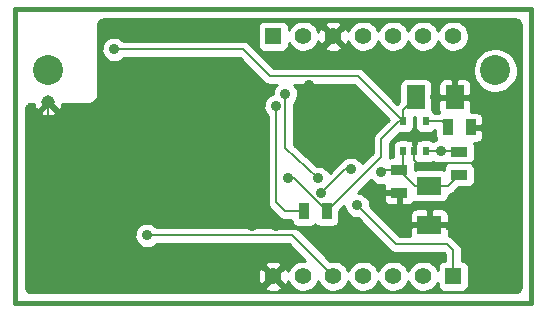
<source format=gtl>
G04 (created by PCBNEW-RS274X (2011-05-25)-stable) date Sat 11 Aug 2012 11:46:33 PM MDT*
G01*
G70*
G90*
%MOIN*%
G04 Gerber Fmt 3.4, Leading zero omitted, Abs format*
%FSLAX34Y34*%
G04 APERTURE LIST*
%ADD10C,0.006000*%
%ADD11C,0.015000*%
%ADD12C,0.045000*%
%ADD13C,0.100000*%
%ADD14R,0.020000X0.030000*%
%ADD15R,0.060000X0.080000*%
%ADD16R,0.080000X0.060000*%
%ADD17R,0.055000X0.035000*%
%ADD18R,0.035000X0.055000*%
%ADD19R,0.055000X0.055000*%
%ADD20C,0.055000*%
%ADD21C,0.035000*%
%ADD22C,0.008000*%
%ADD23C,0.010000*%
G04 APERTURE END LIST*
G54D10*
G54D11*
X22900Y-18800D02*
X22900Y-18700D01*
X22700Y-18800D02*
X22900Y-18800D01*
X22900Y-09000D02*
X22900Y-09100D01*
X22800Y-09000D02*
X22900Y-09000D01*
X05700Y-09000D02*
X05700Y-09200D01*
X22900Y-09100D02*
X22900Y-18700D01*
X05700Y-09000D02*
X22800Y-09000D01*
X05700Y-18800D02*
X05700Y-09200D01*
X22700Y-18800D02*
X05700Y-18800D01*
G54D12*
X06800Y-12100D03*
G54D13*
X21700Y-11040D03*
X06800Y-11040D03*
G54D14*
X18625Y-13740D03*
X19375Y-13740D03*
X18625Y-12740D03*
X19000Y-13740D03*
X19375Y-12740D03*
G54D15*
X19050Y-11940D03*
X20350Y-11940D03*
G54D16*
X19500Y-14890D03*
X19500Y-16190D03*
G54D17*
X18500Y-14365D03*
X18500Y-15115D03*
G54D18*
X20125Y-12940D03*
X20875Y-12940D03*
G54D17*
X20500Y-14515D03*
X20500Y-13765D03*
G54D18*
X15325Y-15740D03*
X16075Y-15740D03*
G54D19*
X20300Y-17900D03*
G54D20*
X19300Y-17900D03*
X18300Y-17900D03*
X17300Y-17900D03*
X16300Y-17900D03*
X15300Y-17900D03*
X14300Y-17900D03*
G54D19*
X14300Y-09900D03*
G54D20*
X15300Y-09900D03*
X16300Y-09900D03*
X17300Y-09900D03*
X18300Y-09900D03*
X19300Y-09900D03*
X20300Y-09900D03*
G54D21*
X09000Y-10340D03*
X14800Y-14640D03*
X06800Y-13100D03*
X19000Y-13240D03*
X19700Y-11940D03*
X19100Y-11140D03*
X18300Y-11540D03*
X17300Y-16340D03*
X14400Y-16240D03*
X13600Y-16240D03*
X13500Y-15140D03*
X12800Y-15840D03*
X11300Y-16140D03*
X12600Y-14740D03*
X11600Y-14440D03*
X10100Y-15940D03*
X08000Y-16340D03*
X08000Y-13040D03*
X09600Y-11940D03*
X15500Y-11540D03*
X16700Y-12140D03*
X21200Y-14140D03*
X20200Y-16240D03*
X18700Y-16240D03*
X18500Y-15640D03*
X10100Y-16540D03*
X16900Y-14340D03*
X15900Y-15140D03*
X14400Y-12240D03*
X17100Y-15540D03*
X19900Y-13740D03*
X15800Y-14640D03*
X14700Y-11840D03*
X17900Y-14440D03*
G54D22*
X18625Y-12740D02*
X17125Y-11240D01*
X14200Y-11240D02*
X16800Y-11240D01*
X13300Y-10340D02*
X14200Y-11240D01*
X09000Y-10340D02*
X13300Y-10340D01*
X17125Y-11240D02*
X16800Y-11240D01*
X19050Y-11940D02*
X18625Y-12365D01*
X18625Y-12365D02*
X18625Y-12740D01*
X18625Y-12740D02*
X18500Y-12740D01*
X17900Y-13915D02*
X16075Y-15740D01*
X17900Y-13340D02*
X17900Y-13915D01*
X18500Y-12740D02*
X17900Y-13340D01*
X16075Y-15740D02*
X14975Y-14640D01*
X14975Y-14640D02*
X14800Y-14640D01*
X06800Y-12100D02*
X06800Y-13100D01*
X19000Y-13740D02*
X19000Y-13240D01*
X20350Y-11940D02*
X19700Y-11940D01*
X20350Y-11940D02*
X20350Y-11390D01*
X19000Y-11140D02*
X19100Y-11140D01*
X20100Y-11140D02*
X19000Y-11140D01*
X20350Y-11390D02*
X20100Y-11140D01*
X14500Y-16340D02*
X17300Y-16340D01*
X14400Y-16240D02*
X14500Y-16340D01*
X13600Y-15240D02*
X13600Y-16240D01*
X13500Y-15140D02*
X13600Y-15240D01*
X11600Y-15840D02*
X12800Y-15840D01*
X11300Y-16140D02*
X11600Y-15840D01*
X11900Y-14740D02*
X12600Y-14740D01*
X11600Y-14440D02*
X11900Y-14740D01*
X08400Y-15940D02*
X10100Y-15940D01*
X08000Y-16340D02*
X08400Y-15940D01*
X08500Y-13040D02*
X08000Y-13040D01*
X09600Y-11940D02*
X08500Y-13040D01*
X16100Y-11540D02*
X15500Y-11540D01*
X16700Y-12140D02*
X16100Y-11540D01*
X19000Y-13740D02*
X19000Y-14040D01*
X19100Y-14140D02*
X21200Y-14140D01*
X19000Y-14040D02*
X19100Y-14140D01*
X19500Y-16190D02*
X20150Y-16190D01*
X20150Y-16190D02*
X20200Y-16240D01*
X19500Y-16190D02*
X18750Y-16190D01*
X18750Y-16190D02*
X18700Y-16240D01*
X18500Y-15115D02*
X18500Y-15640D01*
X19375Y-12740D02*
X19925Y-12740D01*
X19925Y-12740D02*
X20125Y-12940D01*
X16300Y-17900D02*
X14940Y-16540D01*
X14900Y-16540D02*
X10100Y-16540D01*
X14940Y-16540D02*
X14900Y-16540D01*
X16700Y-14340D02*
X16900Y-14340D01*
X15900Y-15140D02*
X16700Y-14340D01*
X15325Y-15740D02*
X14700Y-15740D01*
X14400Y-15440D02*
X14400Y-12240D01*
X14700Y-15740D02*
X14400Y-15440D01*
X20300Y-17900D02*
X20300Y-17540D01*
X20300Y-17040D02*
X20100Y-16840D01*
X20100Y-16840D02*
X18400Y-16840D01*
X18400Y-16840D02*
X17100Y-15540D01*
X20300Y-17540D02*
X20300Y-17040D01*
X19375Y-13740D02*
X19900Y-13740D01*
X19900Y-13740D02*
X20475Y-13740D01*
X20475Y-13740D02*
X20500Y-13765D01*
X14700Y-13640D02*
X15800Y-14640D01*
X14700Y-11840D02*
X14700Y-13640D01*
X17975Y-14365D02*
X17900Y-14440D01*
X17975Y-14365D02*
X18500Y-14365D01*
X20500Y-14515D02*
X20125Y-14890D01*
X20125Y-14890D02*
X19500Y-14890D01*
X18500Y-14365D02*
X19025Y-14890D01*
X19025Y-14890D02*
X19500Y-14890D01*
X18625Y-13740D02*
X18625Y-14240D01*
X18625Y-14240D02*
X18500Y-14365D01*
G54D10*
G36*
X18152Y-12677D02*
X17697Y-13133D01*
X17695Y-13135D01*
X17688Y-13142D01*
X17661Y-13176D01*
X17633Y-13226D01*
X17632Y-13228D01*
X17632Y-13229D01*
X17630Y-13233D01*
X17616Y-13280D01*
X17610Y-13336D01*
X17610Y-13339D01*
X17610Y-13340D01*
X17610Y-13795D01*
X17272Y-14132D01*
X17231Y-14070D01*
X17172Y-14011D01*
X17103Y-13964D01*
X17026Y-13932D01*
X16944Y-13915D01*
X16861Y-13915D01*
X16779Y-13930D01*
X16702Y-13962D01*
X16632Y-14007D01*
X16573Y-14066D01*
X16557Y-14088D01*
X16541Y-14097D01*
X16498Y-14132D01*
X16496Y-14134D01*
X16495Y-14135D01*
X16181Y-14448D01*
X16177Y-14439D01*
X16131Y-14370D01*
X16072Y-14311D01*
X16003Y-14264D01*
X15926Y-14232D01*
X15844Y-14215D01*
X15762Y-14215D01*
X14990Y-13512D01*
X14990Y-12150D01*
X15024Y-12119D01*
X15071Y-12051D01*
X15105Y-11974D01*
X15124Y-11893D01*
X15125Y-11798D01*
X15109Y-11716D01*
X15077Y-11639D01*
X15031Y-11570D01*
X14991Y-11530D01*
X16796Y-11530D01*
X16800Y-11530D01*
X17005Y-11530D01*
X18152Y-12677D01*
X18152Y-12677D01*
G37*
G54D23*
X18152Y-12677D02*
X17697Y-13133D01*
X17695Y-13135D01*
X17688Y-13142D01*
X17661Y-13176D01*
X17633Y-13226D01*
X17632Y-13228D01*
X17632Y-13229D01*
X17630Y-13233D01*
X17616Y-13280D01*
X17610Y-13336D01*
X17610Y-13339D01*
X17610Y-13340D01*
X17610Y-13795D01*
X17272Y-14132D01*
X17231Y-14070D01*
X17172Y-14011D01*
X17103Y-13964D01*
X17026Y-13932D01*
X16944Y-13915D01*
X16861Y-13915D01*
X16779Y-13930D01*
X16702Y-13962D01*
X16632Y-14007D01*
X16573Y-14066D01*
X16557Y-14088D01*
X16541Y-14097D01*
X16498Y-14132D01*
X16496Y-14134D01*
X16495Y-14135D01*
X16181Y-14448D01*
X16177Y-14439D01*
X16131Y-14370D01*
X16072Y-14311D01*
X16003Y-14264D01*
X15926Y-14232D01*
X15844Y-14215D01*
X15762Y-14215D01*
X14990Y-13512D01*
X14990Y-12150D01*
X15024Y-12119D01*
X15071Y-12051D01*
X15105Y-11974D01*
X15124Y-11893D01*
X15125Y-11798D01*
X15109Y-11716D01*
X15077Y-11639D01*
X15031Y-11570D01*
X14991Y-11530D01*
X16796Y-11530D01*
X16800Y-11530D01*
X17005Y-11530D01*
X18152Y-12677D01*
G54D10*
G36*
X19737Y-13347D02*
X19702Y-13362D01*
X19639Y-13401D01*
X19635Y-13397D01*
X19595Y-13369D01*
X19550Y-13350D01*
X19502Y-13340D01*
X19453Y-13340D01*
X19251Y-13340D01*
X19203Y-13349D01*
X19187Y-13355D01*
X19172Y-13349D01*
X19124Y-13340D01*
X19112Y-13340D01*
X19050Y-13402D01*
X19050Y-13479D01*
X19035Y-13515D01*
X19025Y-13563D01*
X19025Y-13612D01*
X19025Y-13790D01*
X18975Y-13790D01*
X18975Y-13566D01*
X18966Y-13518D01*
X18950Y-13480D01*
X18950Y-13402D01*
X18888Y-13340D01*
X18876Y-13340D01*
X18828Y-13349D01*
X18812Y-13355D01*
X18800Y-13350D01*
X18752Y-13340D01*
X18703Y-13340D01*
X18501Y-13340D01*
X18453Y-13349D01*
X18408Y-13368D01*
X18367Y-13395D01*
X18332Y-13430D01*
X18304Y-13470D01*
X18285Y-13515D01*
X18275Y-13563D01*
X18275Y-13612D01*
X18275Y-13914D01*
X18279Y-13940D01*
X18201Y-13940D01*
X18187Y-13942D01*
X18190Y-13919D01*
X18190Y-13915D01*
X18190Y-13460D01*
X18510Y-13140D01*
X18547Y-13140D01*
X18749Y-13140D01*
X18797Y-13131D01*
X18842Y-13112D01*
X18883Y-13085D01*
X18918Y-13050D01*
X18946Y-13010D01*
X18965Y-12965D01*
X18975Y-12917D01*
X18975Y-12868D01*
X18975Y-12590D01*
X19025Y-12590D01*
X19025Y-12612D01*
X19025Y-12914D01*
X19034Y-12962D01*
X19053Y-13007D01*
X19080Y-13048D01*
X19115Y-13083D01*
X19155Y-13111D01*
X19200Y-13130D01*
X19248Y-13140D01*
X19297Y-13140D01*
X19499Y-13140D01*
X19547Y-13131D01*
X19592Y-13112D01*
X19633Y-13085D01*
X19668Y-13050D01*
X19682Y-13030D01*
X19700Y-13030D01*
X19700Y-13239D01*
X19709Y-13287D01*
X19728Y-13332D01*
X19737Y-13347D01*
X19737Y-13347D01*
G37*
G54D23*
X19737Y-13347D02*
X19702Y-13362D01*
X19639Y-13401D01*
X19635Y-13397D01*
X19595Y-13369D01*
X19550Y-13350D01*
X19502Y-13340D01*
X19453Y-13340D01*
X19251Y-13340D01*
X19203Y-13349D01*
X19187Y-13355D01*
X19172Y-13349D01*
X19124Y-13340D01*
X19112Y-13340D01*
X19050Y-13402D01*
X19050Y-13479D01*
X19035Y-13515D01*
X19025Y-13563D01*
X19025Y-13612D01*
X19025Y-13790D01*
X18975Y-13790D01*
X18975Y-13566D01*
X18966Y-13518D01*
X18950Y-13480D01*
X18950Y-13402D01*
X18888Y-13340D01*
X18876Y-13340D01*
X18828Y-13349D01*
X18812Y-13355D01*
X18800Y-13350D01*
X18752Y-13340D01*
X18703Y-13340D01*
X18501Y-13340D01*
X18453Y-13349D01*
X18408Y-13368D01*
X18367Y-13395D01*
X18332Y-13430D01*
X18304Y-13470D01*
X18285Y-13515D01*
X18275Y-13563D01*
X18275Y-13612D01*
X18275Y-13914D01*
X18279Y-13940D01*
X18201Y-13940D01*
X18187Y-13942D01*
X18190Y-13919D01*
X18190Y-13915D01*
X18190Y-13460D01*
X18510Y-13140D01*
X18547Y-13140D01*
X18749Y-13140D01*
X18797Y-13131D01*
X18842Y-13112D01*
X18883Y-13085D01*
X18918Y-13050D01*
X18946Y-13010D01*
X18965Y-12965D01*
X18975Y-12917D01*
X18975Y-12868D01*
X18975Y-12590D01*
X19025Y-12590D01*
X19025Y-12612D01*
X19025Y-12914D01*
X19034Y-12962D01*
X19053Y-13007D01*
X19080Y-13048D01*
X19115Y-13083D01*
X19155Y-13111D01*
X19200Y-13130D01*
X19248Y-13140D01*
X19297Y-13140D01*
X19499Y-13140D01*
X19547Y-13131D01*
X19592Y-13112D01*
X19633Y-13085D01*
X19668Y-13050D01*
X19682Y-13030D01*
X19700Y-13030D01*
X19700Y-13239D01*
X19709Y-13287D01*
X19728Y-13332D01*
X19737Y-13347D01*
G54D10*
G36*
X20074Y-14139D02*
X20067Y-14145D01*
X20032Y-14180D01*
X20004Y-14220D01*
X19985Y-14265D01*
X19975Y-14313D01*
X19975Y-14350D01*
X19927Y-14340D01*
X19878Y-14340D01*
X19076Y-14340D01*
X19028Y-14349D01*
X19025Y-14350D01*
X19025Y-14166D01*
X19020Y-14140D01*
X19100Y-14140D01*
X19100Y-14128D01*
X19112Y-14140D01*
X19124Y-14140D01*
X19172Y-14131D01*
X19187Y-14124D01*
X19200Y-14130D01*
X19248Y-14140D01*
X19297Y-14140D01*
X19499Y-14140D01*
X19547Y-14131D01*
X19592Y-14112D01*
X19633Y-14085D01*
X19640Y-14077D01*
X19692Y-14113D01*
X19768Y-14146D01*
X19850Y-14164D01*
X19933Y-14166D01*
X20015Y-14151D01*
X20064Y-14132D01*
X20065Y-14133D01*
X20074Y-14139D01*
X20074Y-14139D01*
G37*
G54D23*
X20074Y-14139D02*
X20067Y-14145D01*
X20032Y-14180D01*
X20004Y-14220D01*
X19985Y-14265D01*
X19975Y-14313D01*
X19975Y-14350D01*
X19927Y-14340D01*
X19878Y-14340D01*
X19076Y-14340D01*
X19028Y-14349D01*
X19025Y-14350D01*
X19025Y-14166D01*
X19020Y-14140D01*
X19100Y-14140D01*
X19100Y-14128D01*
X19112Y-14140D01*
X19124Y-14140D01*
X19172Y-14131D01*
X19187Y-14124D01*
X19200Y-14130D01*
X19248Y-14140D01*
X19297Y-14140D01*
X19499Y-14140D01*
X19547Y-14131D01*
X19592Y-14112D01*
X19633Y-14085D01*
X19640Y-14077D01*
X19692Y-14113D01*
X19768Y-14146D01*
X19850Y-14164D01*
X19933Y-14166D01*
X20015Y-14151D01*
X20064Y-14132D01*
X20065Y-14133D01*
X20074Y-14139D01*
G54D10*
G36*
X22550Y-18237D02*
X22546Y-18279D01*
X22535Y-18317D01*
X22516Y-18351D01*
X22491Y-18381D01*
X22461Y-18406D01*
X22449Y-18412D01*
X22449Y-10967D01*
X22421Y-10823D01*
X22365Y-10687D01*
X22283Y-10565D01*
X22180Y-10460D01*
X22058Y-10378D01*
X21923Y-10321D01*
X21779Y-10292D01*
X21632Y-10291D01*
X21488Y-10318D01*
X21352Y-10373D01*
X21229Y-10453D01*
X21124Y-10556D01*
X21041Y-10677D01*
X20983Y-10812D01*
X20952Y-10956D01*
X20950Y-11103D01*
X20976Y-11247D01*
X21030Y-11384D01*
X21110Y-11507D01*
X21212Y-11613D01*
X21332Y-11697D01*
X21467Y-11756D01*
X21610Y-11787D01*
X21757Y-11790D01*
X21902Y-11765D01*
X22039Y-11712D01*
X22163Y-11633D01*
X22269Y-11532D01*
X22354Y-11412D01*
X22414Y-11278D01*
X22447Y-11135D01*
X22449Y-10967D01*
X22449Y-18412D01*
X22427Y-18425D01*
X22389Y-18436D01*
X22347Y-18440D01*
X21300Y-18440D01*
X21300Y-13242D01*
X21300Y-13193D01*
X21300Y-13052D01*
X21238Y-12990D01*
X20975Y-12990D01*
X20925Y-12990D01*
X20825Y-12990D01*
X20825Y-12890D01*
X20925Y-12890D01*
X20975Y-12890D01*
X21238Y-12890D01*
X21300Y-12828D01*
X21300Y-12687D01*
X21300Y-12638D01*
X21290Y-12590D01*
X21271Y-12545D01*
X21243Y-12505D01*
X21208Y-12470D01*
X21167Y-12443D01*
X21122Y-12424D01*
X21074Y-12415D01*
X20987Y-12415D01*
X20975Y-12427D01*
X20975Y-12415D01*
X20890Y-12415D01*
X20900Y-12367D01*
X20900Y-12318D01*
X20900Y-12052D01*
X20900Y-11828D01*
X20900Y-11562D01*
X20900Y-11513D01*
X20890Y-11465D01*
X20871Y-11420D01*
X20843Y-11380D01*
X20824Y-11361D01*
X20824Y-09849D01*
X20804Y-09748D01*
X20765Y-09653D01*
X20708Y-09568D01*
X20636Y-09495D01*
X20551Y-09437D01*
X20456Y-09397D01*
X20355Y-09376D01*
X20253Y-09376D01*
X20152Y-09395D01*
X20056Y-09433D01*
X19970Y-09489D01*
X19897Y-09561D01*
X19839Y-09646D01*
X19799Y-09736D01*
X19765Y-09653D01*
X19708Y-09568D01*
X19636Y-09495D01*
X19551Y-09437D01*
X19456Y-09397D01*
X19355Y-09376D01*
X19253Y-09376D01*
X19152Y-09395D01*
X19056Y-09433D01*
X18970Y-09489D01*
X18897Y-09561D01*
X18839Y-09646D01*
X18799Y-09736D01*
X18765Y-09653D01*
X18708Y-09568D01*
X18636Y-09495D01*
X18551Y-09437D01*
X18456Y-09397D01*
X18355Y-09376D01*
X18253Y-09376D01*
X18152Y-09395D01*
X18056Y-09433D01*
X17970Y-09489D01*
X17897Y-09561D01*
X17839Y-09646D01*
X17799Y-09736D01*
X17765Y-09653D01*
X17708Y-09568D01*
X17636Y-09495D01*
X17551Y-09437D01*
X17456Y-09397D01*
X17355Y-09376D01*
X17253Y-09376D01*
X17152Y-09395D01*
X17056Y-09433D01*
X16970Y-09489D01*
X16897Y-09561D01*
X16839Y-09646D01*
X16798Y-09739D01*
X16774Y-09674D01*
X16752Y-09633D01*
X16661Y-09610D01*
X16590Y-09681D01*
X16590Y-09539D01*
X16567Y-09448D01*
X16474Y-09405D01*
X16374Y-09380D01*
X16272Y-09375D01*
X16170Y-09391D01*
X16074Y-09426D01*
X16033Y-09448D01*
X16010Y-09539D01*
X16300Y-09829D01*
X16590Y-09539D01*
X16590Y-09681D01*
X16371Y-09900D01*
X16661Y-10190D01*
X16752Y-10167D01*
X16795Y-10074D01*
X16799Y-10057D01*
X16832Y-10140D01*
X16887Y-10227D01*
X16958Y-10301D01*
X17043Y-10359D01*
X17137Y-10401D01*
X17237Y-10423D01*
X17340Y-10425D01*
X17441Y-10407D01*
X17537Y-10370D01*
X17624Y-10315D01*
X17698Y-10244D01*
X17758Y-10160D01*
X17799Y-10067D01*
X17800Y-10060D01*
X17832Y-10140D01*
X17887Y-10227D01*
X17958Y-10301D01*
X18043Y-10359D01*
X18137Y-10401D01*
X18237Y-10423D01*
X18340Y-10425D01*
X18441Y-10407D01*
X18537Y-10370D01*
X18624Y-10315D01*
X18698Y-10244D01*
X18758Y-10160D01*
X18799Y-10067D01*
X18800Y-10060D01*
X18832Y-10140D01*
X18887Y-10227D01*
X18958Y-10301D01*
X19043Y-10359D01*
X19137Y-10401D01*
X19237Y-10423D01*
X19340Y-10425D01*
X19441Y-10407D01*
X19537Y-10370D01*
X19624Y-10315D01*
X19698Y-10244D01*
X19758Y-10160D01*
X19799Y-10067D01*
X19800Y-10060D01*
X19832Y-10140D01*
X19887Y-10227D01*
X19958Y-10301D01*
X20043Y-10359D01*
X20137Y-10401D01*
X20237Y-10423D01*
X20340Y-10425D01*
X20441Y-10407D01*
X20537Y-10370D01*
X20624Y-10315D01*
X20698Y-10244D01*
X20758Y-10160D01*
X20799Y-10067D01*
X20822Y-09966D01*
X20824Y-09849D01*
X20824Y-11361D01*
X20808Y-11345D01*
X20767Y-11318D01*
X20722Y-11299D01*
X20674Y-11290D01*
X20462Y-11290D01*
X20400Y-11352D01*
X20400Y-11890D01*
X20838Y-11890D01*
X20900Y-11828D01*
X20900Y-12052D01*
X20838Y-11990D01*
X20450Y-11990D01*
X20400Y-11990D01*
X20300Y-11990D01*
X20300Y-11890D01*
X20300Y-11352D01*
X20238Y-11290D01*
X20026Y-11290D01*
X19978Y-11299D01*
X19933Y-11318D01*
X19892Y-11345D01*
X19857Y-11380D01*
X19829Y-11420D01*
X19810Y-11465D01*
X19800Y-11513D01*
X19800Y-11562D01*
X19800Y-11828D01*
X19862Y-11890D01*
X20300Y-11890D01*
X20300Y-11990D01*
X20250Y-11990D01*
X19862Y-11990D01*
X19800Y-12052D01*
X19800Y-12318D01*
X19800Y-12367D01*
X19810Y-12415D01*
X19824Y-12448D01*
X19822Y-12450D01*
X19681Y-12450D01*
X19670Y-12432D01*
X19635Y-12397D01*
X19599Y-12371D01*
X19600Y-12367D01*
X19600Y-12318D01*
X19600Y-11516D01*
X19591Y-11468D01*
X19572Y-11423D01*
X19545Y-11382D01*
X19510Y-11347D01*
X19470Y-11319D01*
X19425Y-11300D01*
X19377Y-11290D01*
X19328Y-11290D01*
X18726Y-11290D01*
X18678Y-11299D01*
X18633Y-11318D01*
X18592Y-11345D01*
X18557Y-11380D01*
X18529Y-11420D01*
X18510Y-11465D01*
X18500Y-11513D01*
X18500Y-11562D01*
X18500Y-12080D01*
X18437Y-12142D01*
X17332Y-11037D01*
X17330Y-11035D01*
X17322Y-11028D01*
X17289Y-11001D01*
X17239Y-10973D01*
X17236Y-10972D01*
X17231Y-10970D01*
X17185Y-10956D01*
X17129Y-10950D01*
X17126Y-10950D01*
X17125Y-10950D01*
X16804Y-10950D01*
X16800Y-10950D01*
X16590Y-10950D01*
X16590Y-10261D01*
X16300Y-09971D01*
X16229Y-10042D01*
X16229Y-09900D01*
X15939Y-09610D01*
X15848Y-09633D01*
X15805Y-09726D01*
X15801Y-09741D01*
X15765Y-09653D01*
X15708Y-09568D01*
X15636Y-09495D01*
X15551Y-09437D01*
X15456Y-09397D01*
X15355Y-09376D01*
X15253Y-09376D01*
X15152Y-09395D01*
X15056Y-09433D01*
X14970Y-09489D01*
X14897Y-09561D01*
X14839Y-09646D01*
X14825Y-09678D01*
X14825Y-09601D01*
X14816Y-09553D01*
X14797Y-09508D01*
X14770Y-09467D01*
X14735Y-09432D01*
X14695Y-09404D01*
X14650Y-09385D01*
X14602Y-09375D01*
X14553Y-09375D01*
X14001Y-09375D01*
X13953Y-09384D01*
X13908Y-09403D01*
X13867Y-09430D01*
X13832Y-09465D01*
X13804Y-09505D01*
X13785Y-09550D01*
X13775Y-09598D01*
X13775Y-09647D01*
X13775Y-10199D01*
X13784Y-10247D01*
X13803Y-10292D01*
X13830Y-10333D01*
X13865Y-10368D01*
X13905Y-10396D01*
X13950Y-10415D01*
X13998Y-10425D01*
X14047Y-10425D01*
X14599Y-10425D01*
X14647Y-10416D01*
X14692Y-10397D01*
X14733Y-10370D01*
X14768Y-10335D01*
X14796Y-10295D01*
X14815Y-10250D01*
X14825Y-10202D01*
X14825Y-10153D01*
X14825Y-10122D01*
X14832Y-10140D01*
X14887Y-10227D01*
X14958Y-10301D01*
X15043Y-10359D01*
X15137Y-10401D01*
X15237Y-10423D01*
X15340Y-10425D01*
X15441Y-10407D01*
X15537Y-10370D01*
X15624Y-10315D01*
X15698Y-10244D01*
X15758Y-10160D01*
X15799Y-10067D01*
X15801Y-10057D01*
X15826Y-10126D01*
X15848Y-10167D01*
X15939Y-10190D01*
X16229Y-09900D01*
X16229Y-10042D01*
X16010Y-10261D01*
X16033Y-10352D01*
X16126Y-10395D01*
X16226Y-10420D01*
X16328Y-10425D01*
X16430Y-10409D01*
X16526Y-10374D01*
X16567Y-10352D01*
X16590Y-10261D01*
X16590Y-10950D01*
X14320Y-10950D01*
X13507Y-10137D01*
X13505Y-10135D01*
X13497Y-10128D01*
X13464Y-10101D01*
X13414Y-10073D01*
X13411Y-10072D01*
X13406Y-10070D01*
X13360Y-10056D01*
X13304Y-10050D01*
X13301Y-10050D01*
X13300Y-10050D01*
X09311Y-10050D01*
X09272Y-10011D01*
X09203Y-09964D01*
X09126Y-09932D01*
X09044Y-09915D01*
X08961Y-09915D01*
X08879Y-09930D01*
X08802Y-09962D01*
X08732Y-10007D01*
X08673Y-10066D01*
X08626Y-10135D01*
X08593Y-10211D01*
X08576Y-10293D01*
X08574Y-10376D01*
X08590Y-10458D01*
X08620Y-10536D01*
X08666Y-10606D01*
X08723Y-10665D01*
X08792Y-10713D01*
X08868Y-10746D01*
X08950Y-10764D01*
X09033Y-10766D01*
X09115Y-10751D01*
X09193Y-10721D01*
X09263Y-10676D01*
X09312Y-10630D01*
X13179Y-10630D01*
X13993Y-11443D01*
X13994Y-11445D01*
X14021Y-11467D01*
X14036Y-11479D01*
X14038Y-11480D01*
X14086Y-11507D01*
X14088Y-11507D01*
X14140Y-11524D01*
X14141Y-11524D01*
X14196Y-11530D01*
X14200Y-11530D01*
X14409Y-11530D01*
X14373Y-11566D01*
X14326Y-11635D01*
X14293Y-11711D01*
X14276Y-11793D01*
X14275Y-11831D01*
X14202Y-11862D01*
X14132Y-11907D01*
X14073Y-11966D01*
X14026Y-12035D01*
X13993Y-12111D01*
X13976Y-12193D01*
X13974Y-12276D01*
X13990Y-12358D01*
X14020Y-12436D01*
X14066Y-12506D01*
X14110Y-12551D01*
X14110Y-15437D01*
X14110Y-15440D01*
X14111Y-15455D01*
X14115Y-15493D01*
X14116Y-15496D01*
X14131Y-15548D01*
X14132Y-15551D01*
X14157Y-15598D01*
X14158Y-15600D01*
X14179Y-15626D01*
X14192Y-15642D01*
X14194Y-15644D01*
X14195Y-15645D01*
X14493Y-15943D01*
X14495Y-15945D01*
X14502Y-15951D01*
X14536Y-15979D01*
X14539Y-15980D01*
X14586Y-16007D01*
X14588Y-16007D01*
X14589Y-16008D01*
X14593Y-16009D01*
X14640Y-16024D01*
X14642Y-16024D01*
X14696Y-16030D01*
X14698Y-16030D01*
X14700Y-16030D01*
X14900Y-16030D01*
X14900Y-16039D01*
X14909Y-16087D01*
X14928Y-16132D01*
X14955Y-16173D01*
X14990Y-16208D01*
X15030Y-16236D01*
X15075Y-16255D01*
X15123Y-16265D01*
X15172Y-16265D01*
X15524Y-16265D01*
X15572Y-16256D01*
X15617Y-16237D01*
X15658Y-16210D01*
X15693Y-16175D01*
X15699Y-16165D01*
X15705Y-16173D01*
X15740Y-16208D01*
X15780Y-16236D01*
X15825Y-16255D01*
X15873Y-16265D01*
X15922Y-16265D01*
X16274Y-16265D01*
X16322Y-16256D01*
X16367Y-16237D01*
X16408Y-16210D01*
X16443Y-16175D01*
X16471Y-16135D01*
X16490Y-16090D01*
X16500Y-16042D01*
X16500Y-15993D01*
X16500Y-15725D01*
X16674Y-15550D01*
X16674Y-15576D01*
X16690Y-15658D01*
X16720Y-15736D01*
X16766Y-15806D01*
X16823Y-15865D01*
X16892Y-15913D01*
X16968Y-15946D01*
X17050Y-15964D01*
X17115Y-15965D01*
X18193Y-17043D01*
X18195Y-17045D01*
X18209Y-17056D01*
X18236Y-17079D01*
X18238Y-17080D01*
X18286Y-17107D01*
X18288Y-17107D01*
X18289Y-17108D01*
X18293Y-17109D01*
X18340Y-17124D01*
X18342Y-17124D01*
X18396Y-17130D01*
X18398Y-17130D01*
X18400Y-17130D01*
X19980Y-17130D01*
X20010Y-17160D01*
X20010Y-17375D01*
X20001Y-17375D01*
X19953Y-17384D01*
X19908Y-17403D01*
X19867Y-17430D01*
X19832Y-17465D01*
X19804Y-17505D01*
X19785Y-17550D01*
X19775Y-17598D01*
X19775Y-17647D01*
X19775Y-17677D01*
X19765Y-17653D01*
X19708Y-17568D01*
X19636Y-17495D01*
X19551Y-17437D01*
X19456Y-17397D01*
X19355Y-17376D01*
X19253Y-17376D01*
X19152Y-17395D01*
X19056Y-17433D01*
X18970Y-17489D01*
X18897Y-17561D01*
X18839Y-17646D01*
X18799Y-17736D01*
X18765Y-17653D01*
X18708Y-17568D01*
X18636Y-17495D01*
X18551Y-17437D01*
X18456Y-17397D01*
X18355Y-17376D01*
X18253Y-17376D01*
X18152Y-17395D01*
X18056Y-17433D01*
X17970Y-17489D01*
X17897Y-17561D01*
X17839Y-17646D01*
X17799Y-17736D01*
X17765Y-17653D01*
X17708Y-17568D01*
X17636Y-17495D01*
X17551Y-17437D01*
X17456Y-17397D01*
X17355Y-17376D01*
X17253Y-17376D01*
X17152Y-17395D01*
X17056Y-17433D01*
X16970Y-17489D01*
X16897Y-17561D01*
X16839Y-17646D01*
X16799Y-17736D01*
X16765Y-17653D01*
X16708Y-17568D01*
X16636Y-17495D01*
X16551Y-17437D01*
X16456Y-17397D01*
X16355Y-17376D01*
X16253Y-17376D01*
X16196Y-17386D01*
X15147Y-16337D01*
X15145Y-16335D01*
X15137Y-16328D01*
X15104Y-16301D01*
X15054Y-16273D01*
X15051Y-16272D01*
X15046Y-16270D01*
X15000Y-16256D01*
X14944Y-16250D01*
X14941Y-16250D01*
X14940Y-16250D01*
X14904Y-16250D01*
X14900Y-16250D01*
X10411Y-16250D01*
X10372Y-16211D01*
X10303Y-16164D01*
X10226Y-16132D01*
X10144Y-16115D01*
X10061Y-16115D01*
X09979Y-16130D01*
X09902Y-16162D01*
X09832Y-16207D01*
X09773Y-16266D01*
X09726Y-16335D01*
X09693Y-16411D01*
X09676Y-16493D01*
X09674Y-16576D01*
X09690Y-16658D01*
X09720Y-16736D01*
X09766Y-16806D01*
X09823Y-16865D01*
X09892Y-16913D01*
X09968Y-16946D01*
X10050Y-16964D01*
X10133Y-16966D01*
X10215Y-16951D01*
X10293Y-16921D01*
X10363Y-16876D01*
X10412Y-16830D01*
X14820Y-16830D01*
X15368Y-17378D01*
X15355Y-17376D01*
X15253Y-17376D01*
X15152Y-17395D01*
X15056Y-17433D01*
X14970Y-17489D01*
X14897Y-17561D01*
X14839Y-17646D01*
X14798Y-17739D01*
X14774Y-17674D01*
X14752Y-17633D01*
X14661Y-17610D01*
X14590Y-17681D01*
X14590Y-17539D01*
X14567Y-17448D01*
X14474Y-17405D01*
X14374Y-17380D01*
X14272Y-17375D01*
X14170Y-17391D01*
X14074Y-17426D01*
X14033Y-17448D01*
X14010Y-17539D01*
X14300Y-17829D01*
X14590Y-17539D01*
X14590Y-17681D01*
X14371Y-17900D01*
X14661Y-18190D01*
X14752Y-18167D01*
X14795Y-18074D01*
X14799Y-18057D01*
X14832Y-18140D01*
X14887Y-18227D01*
X14958Y-18301D01*
X15043Y-18359D01*
X15137Y-18401D01*
X15237Y-18423D01*
X15340Y-18425D01*
X15441Y-18407D01*
X15537Y-18370D01*
X15624Y-18315D01*
X15698Y-18244D01*
X15758Y-18160D01*
X15799Y-18067D01*
X15800Y-18060D01*
X15832Y-18140D01*
X15887Y-18227D01*
X15958Y-18301D01*
X16043Y-18359D01*
X16137Y-18401D01*
X16237Y-18423D01*
X16340Y-18425D01*
X16441Y-18407D01*
X16537Y-18370D01*
X16624Y-18315D01*
X16698Y-18244D01*
X16758Y-18160D01*
X16799Y-18067D01*
X16800Y-18060D01*
X16832Y-18140D01*
X16887Y-18227D01*
X16958Y-18301D01*
X17043Y-18359D01*
X17137Y-18401D01*
X17237Y-18423D01*
X17340Y-18425D01*
X17441Y-18407D01*
X17537Y-18370D01*
X17624Y-18315D01*
X17698Y-18244D01*
X17758Y-18160D01*
X17799Y-18067D01*
X17800Y-18060D01*
X17832Y-18140D01*
X17887Y-18227D01*
X17958Y-18301D01*
X18043Y-18359D01*
X18137Y-18401D01*
X18237Y-18423D01*
X18340Y-18425D01*
X18441Y-18407D01*
X18537Y-18370D01*
X18624Y-18315D01*
X18698Y-18244D01*
X18758Y-18160D01*
X18799Y-18067D01*
X18800Y-18060D01*
X18832Y-18140D01*
X18887Y-18227D01*
X18958Y-18301D01*
X19043Y-18359D01*
X19137Y-18401D01*
X19237Y-18423D01*
X19340Y-18425D01*
X19441Y-18407D01*
X19537Y-18370D01*
X19624Y-18315D01*
X19698Y-18244D01*
X19758Y-18160D01*
X19775Y-18121D01*
X19775Y-18199D01*
X19784Y-18247D01*
X19803Y-18292D01*
X19830Y-18333D01*
X19865Y-18368D01*
X19905Y-18396D01*
X19950Y-18415D01*
X19998Y-18425D01*
X20047Y-18425D01*
X20599Y-18425D01*
X20647Y-18416D01*
X20692Y-18397D01*
X20733Y-18370D01*
X20768Y-18335D01*
X20796Y-18295D01*
X20815Y-18250D01*
X20825Y-18202D01*
X20825Y-18153D01*
X20825Y-17601D01*
X20816Y-17553D01*
X20797Y-17508D01*
X20770Y-17467D01*
X20735Y-17432D01*
X20695Y-17404D01*
X20650Y-17385D01*
X20602Y-17375D01*
X20590Y-17375D01*
X20590Y-17040D01*
X20584Y-16986D01*
X20584Y-16984D01*
X20575Y-16954D01*
X20569Y-16931D01*
X20568Y-16929D01*
X20566Y-16925D01*
X20543Y-16881D01*
X20542Y-16880D01*
X20507Y-16837D01*
X20506Y-16836D01*
X20504Y-16834D01*
X20307Y-16637D01*
X20305Y-16635D01*
X20297Y-16628D01*
X20264Y-16601D01*
X20214Y-16573D01*
X20211Y-16572D01*
X20206Y-16570D01*
X20160Y-16556D01*
X20142Y-16554D01*
X20150Y-16514D01*
X20150Y-16302D01*
X20150Y-16078D01*
X20150Y-15866D01*
X20141Y-15818D01*
X20122Y-15773D01*
X20095Y-15732D01*
X20060Y-15697D01*
X20020Y-15669D01*
X19975Y-15650D01*
X19927Y-15640D01*
X19878Y-15640D01*
X19612Y-15640D01*
X19550Y-15702D01*
X19550Y-16140D01*
X20088Y-16140D01*
X20150Y-16078D01*
X20150Y-16302D01*
X20088Y-16240D01*
X19600Y-16240D01*
X19550Y-16240D01*
X19450Y-16240D01*
X19450Y-16140D01*
X19450Y-15702D01*
X19388Y-15640D01*
X19122Y-15640D01*
X19073Y-15640D01*
X19025Y-15650D01*
X18980Y-15669D01*
X18940Y-15697D01*
X18905Y-15732D01*
X18878Y-15773D01*
X18859Y-15818D01*
X18850Y-15866D01*
X18850Y-16078D01*
X18912Y-16140D01*
X19450Y-16140D01*
X19450Y-16240D01*
X19400Y-16240D01*
X18912Y-16240D01*
X18850Y-16302D01*
X18850Y-16514D01*
X18856Y-16550D01*
X18520Y-16550D01*
X18450Y-16480D01*
X18450Y-15478D01*
X18450Y-15165D01*
X18037Y-15165D01*
X17975Y-15227D01*
X17975Y-15314D01*
X17984Y-15362D01*
X18003Y-15407D01*
X18030Y-15448D01*
X18065Y-15483D01*
X18105Y-15511D01*
X18150Y-15530D01*
X18198Y-15540D01*
X18247Y-15540D01*
X18388Y-15540D01*
X18450Y-15478D01*
X18450Y-16480D01*
X17524Y-15554D01*
X17525Y-15498D01*
X17509Y-15416D01*
X17477Y-15339D01*
X17431Y-15270D01*
X17372Y-15211D01*
X17303Y-15164D01*
X17226Y-15132D01*
X17144Y-15115D01*
X17110Y-15115D01*
X17547Y-14677D01*
X17566Y-14706D01*
X17623Y-14765D01*
X17692Y-14813D01*
X17768Y-14846D01*
X17850Y-14864D01*
X17933Y-14866D01*
X17989Y-14855D01*
X17984Y-14868D01*
X17975Y-14916D01*
X17975Y-15003D01*
X18037Y-15065D01*
X18400Y-15065D01*
X18450Y-15065D01*
X18550Y-15065D01*
X18550Y-15165D01*
X18550Y-15215D01*
X18550Y-15478D01*
X18612Y-15540D01*
X18753Y-15540D01*
X18802Y-15540D01*
X18850Y-15530D01*
X18895Y-15511D01*
X18935Y-15483D01*
X18970Y-15448D01*
X18991Y-15415D01*
X19025Y-15430D01*
X19073Y-15440D01*
X19122Y-15440D01*
X19924Y-15440D01*
X19972Y-15431D01*
X20017Y-15412D01*
X20058Y-15385D01*
X20093Y-15350D01*
X20121Y-15310D01*
X20140Y-15265D01*
X20150Y-15217D01*
X20150Y-15177D01*
X20178Y-15175D01*
X20181Y-15174D01*
X20233Y-15159D01*
X20233Y-15158D01*
X20236Y-15158D01*
X20283Y-15133D01*
X20285Y-15132D01*
X20311Y-15110D01*
X20327Y-15098D01*
X20329Y-15096D01*
X20330Y-15095D01*
X20485Y-14940D01*
X20799Y-14940D01*
X20847Y-14931D01*
X20892Y-14912D01*
X20933Y-14885D01*
X20968Y-14850D01*
X20996Y-14810D01*
X21015Y-14765D01*
X21025Y-14717D01*
X21025Y-14668D01*
X21025Y-14316D01*
X21016Y-14268D01*
X20997Y-14223D01*
X20970Y-14182D01*
X20935Y-14147D01*
X20925Y-14140D01*
X20933Y-14135D01*
X20968Y-14100D01*
X20996Y-14060D01*
X21015Y-14015D01*
X21025Y-13967D01*
X21025Y-13918D01*
X21025Y-13566D01*
X21016Y-13518D01*
X20997Y-13473D01*
X20991Y-13465D01*
X21074Y-13465D01*
X21122Y-13456D01*
X21167Y-13437D01*
X21208Y-13410D01*
X21243Y-13375D01*
X21271Y-13335D01*
X21290Y-13290D01*
X21300Y-13242D01*
X21300Y-18440D01*
X14590Y-18440D01*
X14590Y-18261D01*
X14300Y-17971D01*
X14229Y-18042D01*
X14229Y-17900D01*
X13939Y-17610D01*
X13848Y-17633D01*
X13805Y-17726D01*
X13780Y-17826D01*
X13775Y-17928D01*
X13791Y-18030D01*
X13826Y-18126D01*
X13848Y-18167D01*
X13939Y-18190D01*
X14229Y-17900D01*
X14229Y-18042D01*
X14010Y-18261D01*
X14033Y-18352D01*
X14126Y-18395D01*
X14226Y-18420D01*
X14328Y-18425D01*
X14430Y-18409D01*
X14526Y-18374D01*
X14567Y-18352D01*
X14590Y-18261D01*
X14590Y-18440D01*
X07054Y-18440D01*
X07054Y-12425D01*
X06800Y-12171D01*
X06546Y-12425D01*
X06563Y-12511D01*
X06648Y-12549D01*
X06738Y-12570D01*
X06831Y-12574D01*
X06922Y-12559D01*
X07009Y-12526D01*
X07037Y-12511D01*
X07054Y-12425D01*
X07054Y-18440D01*
X06253Y-18440D01*
X06211Y-18436D01*
X06173Y-18425D01*
X06139Y-18406D01*
X06109Y-18381D01*
X06084Y-18351D01*
X06065Y-18317D01*
X06054Y-18279D01*
X06050Y-18237D01*
X06050Y-12353D01*
X06054Y-12311D01*
X06065Y-12273D01*
X06084Y-12239D01*
X06109Y-12209D01*
X06139Y-12184D01*
X06173Y-12165D01*
X06211Y-12154D01*
X06253Y-12150D01*
X06329Y-12150D01*
X06341Y-12222D01*
X06374Y-12309D01*
X06389Y-12337D01*
X06475Y-12354D01*
X06679Y-12150D01*
X06921Y-12150D01*
X07125Y-12354D01*
X07211Y-12337D01*
X07249Y-12252D01*
X07270Y-12162D01*
X07270Y-12150D01*
X08153Y-12150D01*
X08209Y-12144D01*
X08265Y-12127D01*
X08317Y-12100D01*
X08363Y-12063D01*
X08400Y-12017D01*
X08427Y-11965D01*
X08444Y-11909D01*
X08450Y-11853D01*
X08450Y-09543D01*
X08454Y-09501D01*
X08465Y-09463D01*
X08484Y-09429D01*
X08509Y-09399D01*
X08539Y-09374D01*
X08573Y-09355D01*
X08611Y-09344D01*
X08653Y-09340D01*
X22347Y-09340D01*
X22389Y-09344D01*
X22427Y-09355D01*
X22461Y-09374D01*
X22491Y-09399D01*
X22516Y-09429D01*
X22535Y-09463D01*
X22546Y-09501D01*
X22550Y-09543D01*
X22550Y-18237D01*
X22550Y-18237D01*
G37*
G54D23*
X22550Y-18237D02*
X22546Y-18279D01*
X22535Y-18317D01*
X22516Y-18351D01*
X22491Y-18381D01*
X22461Y-18406D01*
X22449Y-18412D01*
X22449Y-10967D01*
X22421Y-10823D01*
X22365Y-10687D01*
X22283Y-10565D01*
X22180Y-10460D01*
X22058Y-10378D01*
X21923Y-10321D01*
X21779Y-10292D01*
X21632Y-10291D01*
X21488Y-10318D01*
X21352Y-10373D01*
X21229Y-10453D01*
X21124Y-10556D01*
X21041Y-10677D01*
X20983Y-10812D01*
X20952Y-10956D01*
X20950Y-11103D01*
X20976Y-11247D01*
X21030Y-11384D01*
X21110Y-11507D01*
X21212Y-11613D01*
X21332Y-11697D01*
X21467Y-11756D01*
X21610Y-11787D01*
X21757Y-11790D01*
X21902Y-11765D01*
X22039Y-11712D01*
X22163Y-11633D01*
X22269Y-11532D01*
X22354Y-11412D01*
X22414Y-11278D01*
X22447Y-11135D01*
X22449Y-10967D01*
X22449Y-18412D01*
X22427Y-18425D01*
X22389Y-18436D01*
X22347Y-18440D01*
X21300Y-18440D01*
X21300Y-13242D01*
X21300Y-13193D01*
X21300Y-13052D01*
X21238Y-12990D01*
X20975Y-12990D01*
X20925Y-12990D01*
X20825Y-12990D01*
X20825Y-12890D01*
X20925Y-12890D01*
X20975Y-12890D01*
X21238Y-12890D01*
X21300Y-12828D01*
X21300Y-12687D01*
X21300Y-12638D01*
X21290Y-12590D01*
X21271Y-12545D01*
X21243Y-12505D01*
X21208Y-12470D01*
X21167Y-12443D01*
X21122Y-12424D01*
X21074Y-12415D01*
X20987Y-12415D01*
X20975Y-12427D01*
X20975Y-12415D01*
X20890Y-12415D01*
X20900Y-12367D01*
X20900Y-12318D01*
X20900Y-12052D01*
X20900Y-11828D01*
X20900Y-11562D01*
X20900Y-11513D01*
X20890Y-11465D01*
X20871Y-11420D01*
X20843Y-11380D01*
X20824Y-11361D01*
X20824Y-09849D01*
X20804Y-09748D01*
X20765Y-09653D01*
X20708Y-09568D01*
X20636Y-09495D01*
X20551Y-09437D01*
X20456Y-09397D01*
X20355Y-09376D01*
X20253Y-09376D01*
X20152Y-09395D01*
X20056Y-09433D01*
X19970Y-09489D01*
X19897Y-09561D01*
X19839Y-09646D01*
X19799Y-09736D01*
X19765Y-09653D01*
X19708Y-09568D01*
X19636Y-09495D01*
X19551Y-09437D01*
X19456Y-09397D01*
X19355Y-09376D01*
X19253Y-09376D01*
X19152Y-09395D01*
X19056Y-09433D01*
X18970Y-09489D01*
X18897Y-09561D01*
X18839Y-09646D01*
X18799Y-09736D01*
X18765Y-09653D01*
X18708Y-09568D01*
X18636Y-09495D01*
X18551Y-09437D01*
X18456Y-09397D01*
X18355Y-09376D01*
X18253Y-09376D01*
X18152Y-09395D01*
X18056Y-09433D01*
X17970Y-09489D01*
X17897Y-09561D01*
X17839Y-09646D01*
X17799Y-09736D01*
X17765Y-09653D01*
X17708Y-09568D01*
X17636Y-09495D01*
X17551Y-09437D01*
X17456Y-09397D01*
X17355Y-09376D01*
X17253Y-09376D01*
X17152Y-09395D01*
X17056Y-09433D01*
X16970Y-09489D01*
X16897Y-09561D01*
X16839Y-09646D01*
X16798Y-09739D01*
X16774Y-09674D01*
X16752Y-09633D01*
X16661Y-09610D01*
X16590Y-09681D01*
X16590Y-09539D01*
X16567Y-09448D01*
X16474Y-09405D01*
X16374Y-09380D01*
X16272Y-09375D01*
X16170Y-09391D01*
X16074Y-09426D01*
X16033Y-09448D01*
X16010Y-09539D01*
X16300Y-09829D01*
X16590Y-09539D01*
X16590Y-09681D01*
X16371Y-09900D01*
X16661Y-10190D01*
X16752Y-10167D01*
X16795Y-10074D01*
X16799Y-10057D01*
X16832Y-10140D01*
X16887Y-10227D01*
X16958Y-10301D01*
X17043Y-10359D01*
X17137Y-10401D01*
X17237Y-10423D01*
X17340Y-10425D01*
X17441Y-10407D01*
X17537Y-10370D01*
X17624Y-10315D01*
X17698Y-10244D01*
X17758Y-10160D01*
X17799Y-10067D01*
X17800Y-10060D01*
X17832Y-10140D01*
X17887Y-10227D01*
X17958Y-10301D01*
X18043Y-10359D01*
X18137Y-10401D01*
X18237Y-10423D01*
X18340Y-10425D01*
X18441Y-10407D01*
X18537Y-10370D01*
X18624Y-10315D01*
X18698Y-10244D01*
X18758Y-10160D01*
X18799Y-10067D01*
X18800Y-10060D01*
X18832Y-10140D01*
X18887Y-10227D01*
X18958Y-10301D01*
X19043Y-10359D01*
X19137Y-10401D01*
X19237Y-10423D01*
X19340Y-10425D01*
X19441Y-10407D01*
X19537Y-10370D01*
X19624Y-10315D01*
X19698Y-10244D01*
X19758Y-10160D01*
X19799Y-10067D01*
X19800Y-10060D01*
X19832Y-10140D01*
X19887Y-10227D01*
X19958Y-10301D01*
X20043Y-10359D01*
X20137Y-10401D01*
X20237Y-10423D01*
X20340Y-10425D01*
X20441Y-10407D01*
X20537Y-10370D01*
X20624Y-10315D01*
X20698Y-10244D01*
X20758Y-10160D01*
X20799Y-10067D01*
X20822Y-09966D01*
X20824Y-09849D01*
X20824Y-11361D01*
X20808Y-11345D01*
X20767Y-11318D01*
X20722Y-11299D01*
X20674Y-11290D01*
X20462Y-11290D01*
X20400Y-11352D01*
X20400Y-11890D01*
X20838Y-11890D01*
X20900Y-11828D01*
X20900Y-12052D01*
X20838Y-11990D01*
X20450Y-11990D01*
X20400Y-11990D01*
X20300Y-11990D01*
X20300Y-11890D01*
X20300Y-11352D01*
X20238Y-11290D01*
X20026Y-11290D01*
X19978Y-11299D01*
X19933Y-11318D01*
X19892Y-11345D01*
X19857Y-11380D01*
X19829Y-11420D01*
X19810Y-11465D01*
X19800Y-11513D01*
X19800Y-11562D01*
X19800Y-11828D01*
X19862Y-11890D01*
X20300Y-11890D01*
X20300Y-11990D01*
X20250Y-11990D01*
X19862Y-11990D01*
X19800Y-12052D01*
X19800Y-12318D01*
X19800Y-12367D01*
X19810Y-12415D01*
X19824Y-12448D01*
X19822Y-12450D01*
X19681Y-12450D01*
X19670Y-12432D01*
X19635Y-12397D01*
X19599Y-12371D01*
X19600Y-12367D01*
X19600Y-12318D01*
X19600Y-11516D01*
X19591Y-11468D01*
X19572Y-11423D01*
X19545Y-11382D01*
X19510Y-11347D01*
X19470Y-11319D01*
X19425Y-11300D01*
X19377Y-11290D01*
X19328Y-11290D01*
X18726Y-11290D01*
X18678Y-11299D01*
X18633Y-11318D01*
X18592Y-11345D01*
X18557Y-11380D01*
X18529Y-11420D01*
X18510Y-11465D01*
X18500Y-11513D01*
X18500Y-11562D01*
X18500Y-12080D01*
X18437Y-12142D01*
X17332Y-11037D01*
X17330Y-11035D01*
X17322Y-11028D01*
X17289Y-11001D01*
X17239Y-10973D01*
X17236Y-10972D01*
X17231Y-10970D01*
X17185Y-10956D01*
X17129Y-10950D01*
X17126Y-10950D01*
X17125Y-10950D01*
X16804Y-10950D01*
X16800Y-10950D01*
X16590Y-10950D01*
X16590Y-10261D01*
X16300Y-09971D01*
X16229Y-10042D01*
X16229Y-09900D01*
X15939Y-09610D01*
X15848Y-09633D01*
X15805Y-09726D01*
X15801Y-09741D01*
X15765Y-09653D01*
X15708Y-09568D01*
X15636Y-09495D01*
X15551Y-09437D01*
X15456Y-09397D01*
X15355Y-09376D01*
X15253Y-09376D01*
X15152Y-09395D01*
X15056Y-09433D01*
X14970Y-09489D01*
X14897Y-09561D01*
X14839Y-09646D01*
X14825Y-09678D01*
X14825Y-09601D01*
X14816Y-09553D01*
X14797Y-09508D01*
X14770Y-09467D01*
X14735Y-09432D01*
X14695Y-09404D01*
X14650Y-09385D01*
X14602Y-09375D01*
X14553Y-09375D01*
X14001Y-09375D01*
X13953Y-09384D01*
X13908Y-09403D01*
X13867Y-09430D01*
X13832Y-09465D01*
X13804Y-09505D01*
X13785Y-09550D01*
X13775Y-09598D01*
X13775Y-09647D01*
X13775Y-10199D01*
X13784Y-10247D01*
X13803Y-10292D01*
X13830Y-10333D01*
X13865Y-10368D01*
X13905Y-10396D01*
X13950Y-10415D01*
X13998Y-10425D01*
X14047Y-10425D01*
X14599Y-10425D01*
X14647Y-10416D01*
X14692Y-10397D01*
X14733Y-10370D01*
X14768Y-10335D01*
X14796Y-10295D01*
X14815Y-10250D01*
X14825Y-10202D01*
X14825Y-10153D01*
X14825Y-10122D01*
X14832Y-10140D01*
X14887Y-10227D01*
X14958Y-10301D01*
X15043Y-10359D01*
X15137Y-10401D01*
X15237Y-10423D01*
X15340Y-10425D01*
X15441Y-10407D01*
X15537Y-10370D01*
X15624Y-10315D01*
X15698Y-10244D01*
X15758Y-10160D01*
X15799Y-10067D01*
X15801Y-10057D01*
X15826Y-10126D01*
X15848Y-10167D01*
X15939Y-10190D01*
X16229Y-09900D01*
X16229Y-10042D01*
X16010Y-10261D01*
X16033Y-10352D01*
X16126Y-10395D01*
X16226Y-10420D01*
X16328Y-10425D01*
X16430Y-10409D01*
X16526Y-10374D01*
X16567Y-10352D01*
X16590Y-10261D01*
X16590Y-10950D01*
X14320Y-10950D01*
X13507Y-10137D01*
X13505Y-10135D01*
X13497Y-10128D01*
X13464Y-10101D01*
X13414Y-10073D01*
X13411Y-10072D01*
X13406Y-10070D01*
X13360Y-10056D01*
X13304Y-10050D01*
X13301Y-10050D01*
X13300Y-10050D01*
X09311Y-10050D01*
X09272Y-10011D01*
X09203Y-09964D01*
X09126Y-09932D01*
X09044Y-09915D01*
X08961Y-09915D01*
X08879Y-09930D01*
X08802Y-09962D01*
X08732Y-10007D01*
X08673Y-10066D01*
X08626Y-10135D01*
X08593Y-10211D01*
X08576Y-10293D01*
X08574Y-10376D01*
X08590Y-10458D01*
X08620Y-10536D01*
X08666Y-10606D01*
X08723Y-10665D01*
X08792Y-10713D01*
X08868Y-10746D01*
X08950Y-10764D01*
X09033Y-10766D01*
X09115Y-10751D01*
X09193Y-10721D01*
X09263Y-10676D01*
X09312Y-10630D01*
X13179Y-10630D01*
X13993Y-11443D01*
X13994Y-11445D01*
X14021Y-11467D01*
X14036Y-11479D01*
X14038Y-11480D01*
X14086Y-11507D01*
X14088Y-11507D01*
X14140Y-11524D01*
X14141Y-11524D01*
X14196Y-11530D01*
X14200Y-11530D01*
X14409Y-11530D01*
X14373Y-11566D01*
X14326Y-11635D01*
X14293Y-11711D01*
X14276Y-11793D01*
X14275Y-11831D01*
X14202Y-11862D01*
X14132Y-11907D01*
X14073Y-11966D01*
X14026Y-12035D01*
X13993Y-12111D01*
X13976Y-12193D01*
X13974Y-12276D01*
X13990Y-12358D01*
X14020Y-12436D01*
X14066Y-12506D01*
X14110Y-12551D01*
X14110Y-15437D01*
X14110Y-15440D01*
X14111Y-15455D01*
X14115Y-15493D01*
X14116Y-15496D01*
X14131Y-15548D01*
X14132Y-15551D01*
X14157Y-15598D01*
X14158Y-15600D01*
X14179Y-15626D01*
X14192Y-15642D01*
X14194Y-15644D01*
X14195Y-15645D01*
X14493Y-15943D01*
X14495Y-15945D01*
X14502Y-15951D01*
X14536Y-15979D01*
X14539Y-15980D01*
X14586Y-16007D01*
X14588Y-16007D01*
X14589Y-16008D01*
X14593Y-16009D01*
X14640Y-16024D01*
X14642Y-16024D01*
X14696Y-16030D01*
X14698Y-16030D01*
X14700Y-16030D01*
X14900Y-16030D01*
X14900Y-16039D01*
X14909Y-16087D01*
X14928Y-16132D01*
X14955Y-16173D01*
X14990Y-16208D01*
X15030Y-16236D01*
X15075Y-16255D01*
X15123Y-16265D01*
X15172Y-16265D01*
X15524Y-16265D01*
X15572Y-16256D01*
X15617Y-16237D01*
X15658Y-16210D01*
X15693Y-16175D01*
X15699Y-16165D01*
X15705Y-16173D01*
X15740Y-16208D01*
X15780Y-16236D01*
X15825Y-16255D01*
X15873Y-16265D01*
X15922Y-16265D01*
X16274Y-16265D01*
X16322Y-16256D01*
X16367Y-16237D01*
X16408Y-16210D01*
X16443Y-16175D01*
X16471Y-16135D01*
X16490Y-16090D01*
X16500Y-16042D01*
X16500Y-15993D01*
X16500Y-15725D01*
X16674Y-15550D01*
X16674Y-15576D01*
X16690Y-15658D01*
X16720Y-15736D01*
X16766Y-15806D01*
X16823Y-15865D01*
X16892Y-15913D01*
X16968Y-15946D01*
X17050Y-15964D01*
X17115Y-15965D01*
X18193Y-17043D01*
X18195Y-17045D01*
X18209Y-17056D01*
X18236Y-17079D01*
X18238Y-17080D01*
X18286Y-17107D01*
X18288Y-17107D01*
X18289Y-17108D01*
X18293Y-17109D01*
X18340Y-17124D01*
X18342Y-17124D01*
X18396Y-17130D01*
X18398Y-17130D01*
X18400Y-17130D01*
X19980Y-17130D01*
X20010Y-17160D01*
X20010Y-17375D01*
X20001Y-17375D01*
X19953Y-17384D01*
X19908Y-17403D01*
X19867Y-17430D01*
X19832Y-17465D01*
X19804Y-17505D01*
X19785Y-17550D01*
X19775Y-17598D01*
X19775Y-17647D01*
X19775Y-17677D01*
X19765Y-17653D01*
X19708Y-17568D01*
X19636Y-17495D01*
X19551Y-17437D01*
X19456Y-17397D01*
X19355Y-17376D01*
X19253Y-17376D01*
X19152Y-17395D01*
X19056Y-17433D01*
X18970Y-17489D01*
X18897Y-17561D01*
X18839Y-17646D01*
X18799Y-17736D01*
X18765Y-17653D01*
X18708Y-17568D01*
X18636Y-17495D01*
X18551Y-17437D01*
X18456Y-17397D01*
X18355Y-17376D01*
X18253Y-17376D01*
X18152Y-17395D01*
X18056Y-17433D01*
X17970Y-17489D01*
X17897Y-17561D01*
X17839Y-17646D01*
X17799Y-17736D01*
X17765Y-17653D01*
X17708Y-17568D01*
X17636Y-17495D01*
X17551Y-17437D01*
X17456Y-17397D01*
X17355Y-17376D01*
X17253Y-17376D01*
X17152Y-17395D01*
X17056Y-17433D01*
X16970Y-17489D01*
X16897Y-17561D01*
X16839Y-17646D01*
X16799Y-17736D01*
X16765Y-17653D01*
X16708Y-17568D01*
X16636Y-17495D01*
X16551Y-17437D01*
X16456Y-17397D01*
X16355Y-17376D01*
X16253Y-17376D01*
X16196Y-17386D01*
X15147Y-16337D01*
X15145Y-16335D01*
X15137Y-16328D01*
X15104Y-16301D01*
X15054Y-16273D01*
X15051Y-16272D01*
X15046Y-16270D01*
X15000Y-16256D01*
X14944Y-16250D01*
X14941Y-16250D01*
X14940Y-16250D01*
X14904Y-16250D01*
X14900Y-16250D01*
X10411Y-16250D01*
X10372Y-16211D01*
X10303Y-16164D01*
X10226Y-16132D01*
X10144Y-16115D01*
X10061Y-16115D01*
X09979Y-16130D01*
X09902Y-16162D01*
X09832Y-16207D01*
X09773Y-16266D01*
X09726Y-16335D01*
X09693Y-16411D01*
X09676Y-16493D01*
X09674Y-16576D01*
X09690Y-16658D01*
X09720Y-16736D01*
X09766Y-16806D01*
X09823Y-16865D01*
X09892Y-16913D01*
X09968Y-16946D01*
X10050Y-16964D01*
X10133Y-16966D01*
X10215Y-16951D01*
X10293Y-16921D01*
X10363Y-16876D01*
X10412Y-16830D01*
X14820Y-16830D01*
X15368Y-17378D01*
X15355Y-17376D01*
X15253Y-17376D01*
X15152Y-17395D01*
X15056Y-17433D01*
X14970Y-17489D01*
X14897Y-17561D01*
X14839Y-17646D01*
X14798Y-17739D01*
X14774Y-17674D01*
X14752Y-17633D01*
X14661Y-17610D01*
X14590Y-17681D01*
X14590Y-17539D01*
X14567Y-17448D01*
X14474Y-17405D01*
X14374Y-17380D01*
X14272Y-17375D01*
X14170Y-17391D01*
X14074Y-17426D01*
X14033Y-17448D01*
X14010Y-17539D01*
X14300Y-17829D01*
X14590Y-17539D01*
X14590Y-17681D01*
X14371Y-17900D01*
X14661Y-18190D01*
X14752Y-18167D01*
X14795Y-18074D01*
X14799Y-18057D01*
X14832Y-18140D01*
X14887Y-18227D01*
X14958Y-18301D01*
X15043Y-18359D01*
X15137Y-18401D01*
X15237Y-18423D01*
X15340Y-18425D01*
X15441Y-18407D01*
X15537Y-18370D01*
X15624Y-18315D01*
X15698Y-18244D01*
X15758Y-18160D01*
X15799Y-18067D01*
X15800Y-18060D01*
X15832Y-18140D01*
X15887Y-18227D01*
X15958Y-18301D01*
X16043Y-18359D01*
X16137Y-18401D01*
X16237Y-18423D01*
X16340Y-18425D01*
X16441Y-18407D01*
X16537Y-18370D01*
X16624Y-18315D01*
X16698Y-18244D01*
X16758Y-18160D01*
X16799Y-18067D01*
X16800Y-18060D01*
X16832Y-18140D01*
X16887Y-18227D01*
X16958Y-18301D01*
X17043Y-18359D01*
X17137Y-18401D01*
X17237Y-18423D01*
X17340Y-18425D01*
X17441Y-18407D01*
X17537Y-18370D01*
X17624Y-18315D01*
X17698Y-18244D01*
X17758Y-18160D01*
X17799Y-18067D01*
X17800Y-18060D01*
X17832Y-18140D01*
X17887Y-18227D01*
X17958Y-18301D01*
X18043Y-18359D01*
X18137Y-18401D01*
X18237Y-18423D01*
X18340Y-18425D01*
X18441Y-18407D01*
X18537Y-18370D01*
X18624Y-18315D01*
X18698Y-18244D01*
X18758Y-18160D01*
X18799Y-18067D01*
X18800Y-18060D01*
X18832Y-18140D01*
X18887Y-18227D01*
X18958Y-18301D01*
X19043Y-18359D01*
X19137Y-18401D01*
X19237Y-18423D01*
X19340Y-18425D01*
X19441Y-18407D01*
X19537Y-18370D01*
X19624Y-18315D01*
X19698Y-18244D01*
X19758Y-18160D01*
X19775Y-18121D01*
X19775Y-18199D01*
X19784Y-18247D01*
X19803Y-18292D01*
X19830Y-18333D01*
X19865Y-18368D01*
X19905Y-18396D01*
X19950Y-18415D01*
X19998Y-18425D01*
X20047Y-18425D01*
X20599Y-18425D01*
X20647Y-18416D01*
X20692Y-18397D01*
X20733Y-18370D01*
X20768Y-18335D01*
X20796Y-18295D01*
X20815Y-18250D01*
X20825Y-18202D01*
X20825Y-18153D01*
X20825Y-17601D01*
X20816Y-17553D01*
X20797Y-17508D01*
X20770Y-17467D01*
X20735Y-17432D01*
X20695Y-17404D01*
X20650Y-17385D01*
X20602Y-17375D01*
X20590Y-17375D01*
X20590Y-17040D01*
X20584Y-16986D01*
X20584Y-16984D01*
X20575Y-16954D01*
X20569Y-16931D01*
X20568Y-16929D01*
X20566Y-16925D01*
X20543Y-16881D01*
X20542Y-16880D01*
X20507Y-16837D01*
X20506Y-16836D01*
X20504Y-16834D01*
X20307Y-16637D01*
X20305Y-16635D01*
X20297Y-16628D01*
X20264Y-16601D01*
X20214Y-16573D01*
X20211Y-16572D01*
X20206Y-16570D01*
X20160Y-16556D01*
X20142Y-16554D01*
X20150Y-16514D01*
X20150Y-16302D01*
X20150Y-16078D01*
X20150Y-15866D01*
X20141Y-15818D01*
X20122Y-15773D01*
X20095Y-15732D01*
X20060Y-15697D01*
X20020Y-15669D01*
X19975Y-15650D01*
X19927Y-15640D01*
X19878Y-15640D01*
X19612Y-15640D01*
X19550Y-15702D01*
X19550Y-16140D01*
X20088Y-16140D01*
X20150Y-16078D01*
X20150Y-16302D01*
X20088Y-16240D01*
X19600Y-16240D01*
X19550Y-16240D01*
X19450Y-16240D01*
X19450Y-16140D01*
X19450Y-15702D01*
X19388Y-15640D01*
X19122Y-15640D01*
X19073Y-15640D01*
X19025Y-15650D01*
X18980Y-15669D01*
X18940Y-15697D01*
X18905Y-15732D01*
X18878Y-15773D01*
X18859Y-15818D01*
X18850Y-15866D01*
X18850Y-16078D01*
X18912Y-16140D01*
X19450Y-16140D01*
X19450Y-16240D01*
X19400Y-16240D01*
X18912Y-16240D01*
X18850Y-16302D01*
X18850Y-16514D01*
X18856Y-16550D01*
X18520Y-16550D01*
X18450Y-16480D01*
X18450Y-15478D01*
X18450Y-15165D01*
X18037Y-15165D01*
X17975Y-15227D01*
X17975Y-15314D01*
X17984Y-15362D01*
X18003Y-15407D01*
X18030Y-15448D01*
X18065Y-15483D01*
X18105Y-15511D01*
X18150Y-15530D01*
X18198Y-15540D01*
X18247Y-15540D01*
X18388Y-15540D01*
X18450Y-15478D01*
X18450Y-16480D01*
X17524Y-15554D01*
X17525Y-15498D01*
X17509Y-15416D01*
X17477Y-15339D01*
X17431Y-15270D01*
X17372Y-15211D01*
X17303Y-15164D01*
X17226Y-15132D01*
X17144Y-15115D01*
X17110Y-15115D01*
X17547Y-14677D01*
X17566Y-14706D01*
X17623Y-14765D01*
X17692Y-14813D01*
X17768Y-14846D01*
X17850Y-14864D01*
X17933Y-14866D01*
X17989Y-14855D01*
X17984Y-14868D01*
X17975Y-14916D01*
X17975Y-15003D01*
X18037Y-15065D01*
X18400Y-15065D01*
X18450Y-15065D01*
X18550Y-15065D01*
X18550Y-15165D01*
X18550Y-15215D01*
X18550Y-15478D01*
X18612Y-15540D01*
X18753Y-15540D01*
X18802Y-15540D01*
X18850Y-15530D01*
X18895Y-15511D01*
X18935Y-15483D01*
X18970Y-15448D01*
X18991Y-15415D01*
X19025Y-15430D01*
X19073Y-15440D01*
X19122Y-15440D01*
X19924Y-15440D01*
X19972Y-15431D01*
X20017Y-15412D01*
X20058Y-15385D01*
X20093Y-15350D01*
X20121Y-15310D01*
X20140Y-15265D01*
X20150Y-15217D01*
X20150Y-15177D01*
X20178Y-15175D01*
X20181Y-15174D01*
X20233Y-15159D01*
X20233Y-15158D01*
X20236Y-15158D01*
X20283Y-15133D01*
X20285Y-15132D01*
X20311Y-15110D01*
X20327Y-15098D01*
X20329Y-15096D01*
X20330Y-15095D01*
X20485Y-14940D01*
X20799Y-14940D01*
X20847Y-14931D01*
X20892Y-14912D01*
X20933Y-14885D01*
X20968Y-14850D01*
X20996Y-14810D01*
X21015Y-14765D01*
X21025Y-14717D01*
X21025Y-14668D01*
X21025Y-14316D01*
X21016Y-14268D01*
X20997Y-14223D01*
X20970Y-14182D01*
X20935Y-14147D01*
X20925Y-14140D01*
X20933Y-14135D01*
X20968Y-14100D01*
X20996Y-14060D01*
X21015Y-14015D01*
X21025Y-13967D01*
X21025Y-13918D01*
X21025Y-13566D01*
X21016Y-13518D01*
X20997Y-13473D01*
X20991Y-13465D01*
X21074Y-13465D01*
X21122Y-13456D01*
X21167Y-13437D01*
X21208Y-13410D01*
X21243Y-13375D01*
X21271Y-13335D01*
X21290Y-13290D01*
X21300Y-13242D01*
X21300Y-18440D01*
X14590Y-18440D01*
X14590Y-18261D01*
X14300Y-17971D01*
X14229Y-18042D01*
X14229Y-17900D01*
X13939Y-17610D01*
X13848Y-17633D01*
X13805Y-17726D01*
X13780Y-17826D01*
X13775Y-17928D01*
X13791Y-18030D01*
X13826Y-18126D01*
X13848Y-18167D01*
X13939Y-18190D01*
X14229Y-17900D01*
X14229Y-18042D01*
X14010Y-18261D01*
X14033Y-18352D01*
X14126Y-18395D01*
X14226Y-18420D01*
X14328Y-18425D01*
X14430Y-18409D01*
X14526Y-18374D01*
X14567Y-18352D01*
X14590Y-18261D01*
X14590Y-18440D01*
X07054Y-18440D01*
X07054Y-12425D01*
X06800Y-12171D01*
X06546Y-12425D01*
X06563Y-12511D01*
X06648Y-12549D01*
X06738Y-12570D01*
X06831Y-12574D01*
X06922Y-12559D01*
X07009Y-12526D01*
X07037Y-12511D01*
X07054Y-12425D01*
X07054Y-18440D01*
X06253Y-18440D01*
X06211Y-18436D01*
X06173Y-18425D01*
X06139Y-18406D01*
X06109Y-18381D01*
X06084Y-18351D01*
X06065Y-18317D01*
X06054Y-18279D01*
X06050Y-18237D01*
X06050Y-12353D01*
X06054Y-12311D01*
X06065Y-12273D01*
X06084Y-12239D01*
X06109Y-12209D01*
X06139Y-12184D01*
X06173Y-12165D01*
X06211Y-12154D01*
X06253Y-12150D01*
X06329Y-12150D01*
X06341Y-12222D01*
X06374Y-12309D01*
X06389Y-12337D01*
X06475Y-12354D01*
X06679Y-12150D01*
X06921Y-12150D01*
X07125Y-12354D01*
X07211Y-12337D01*
X07249Y-12252D01*
X07270Y-12162D01*
X07270Y-12150D01*
X08153Y-12150D01*
X08209Y-12144D01*
X08265Y-12127D01*
X08317Y-12100D01*
X08363Y-12063D01*
X08400Y-12017D01*
X08427Y-11965D01*
X08444Y-11909D01*
X08450Y-11853D01*
X08450Y-09543D01*
X08454Y-09501D01*
X08465Y-09463D01*
X08484Y-09429D01*
X08509Y-09399D01*
X08539Y-09374D01*
X08573Y-09355D01*
X08611Y-09344D01*
X08653Y-09340D01*
X22347Y-09340D01*
X22389Y-09344D01*
X22427Y-09355D01*
X22461Y-09374D01*
X22491Y-09399D01*
X22516Y-09429D01*
X22535Y-09463D01*
X22546Y-09501D01*
X22550Y-09543D01*
X22550Y-18237D01*
M02*

</source>
